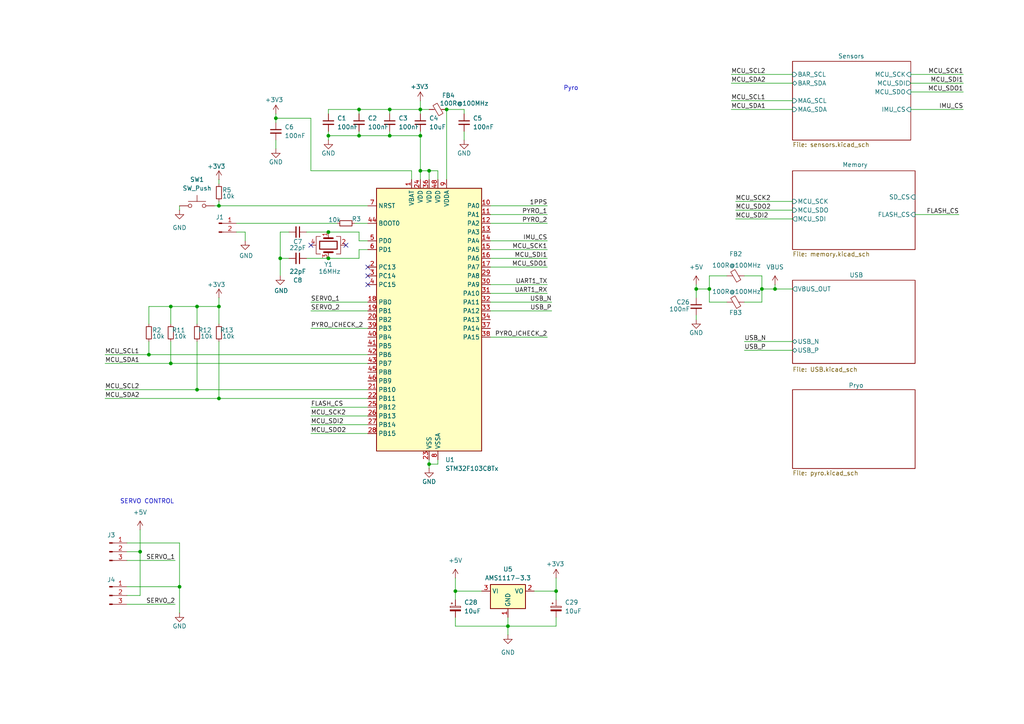
<source format=kicad_sch>
(kicad_sch (version 20250114) (generator "eeschema") (generator_version "9.0")
  (paper "A4")
  (lib_symbols
    (symbol "Connector:Conn_01x02_Pin" (pin_names (offset 1.016) (hide yes))
      (property "Reference" "J" (at 0 2.54 0))
      (property "Value" "Conn_01x02_Pin" (at 0 -5.08 0))
      (symbol "Conn_01x02_Pin_1_1"
        (rectangle (start 0.8636 0.127) (end 0 -0.127) (stroke (width 0.1524)) (fill (type outline)))
        (rectangle (start 0.8636 -2.413) (end 0 -2.667) (stroke (width 0.1524)) (fill (type outline)))
        (polyline (pts (xy 1.27 0) (xy 0.8636 0)) (stroke (width 0.1524)))
        (polyline (pts (xy 1.27 -2.54) (xy 0.8636 -2.54)) (stroke (width 0.1524)))
        (pin passive line (at 5.08 0 180) (length 3.81) (name "Pin_1") (number "1"))
        (pin passive line (at 5.08 -2.54 180) (length 3.81) (name "Pin_2") (number "2"))
      )
    )
    (symbol "Connector:Conn_01x03_Pin" (pin_names (offset 1.016) (hide yes))
      (property "Reference" "J" (at 0 5.08 0))
      (property "Value" "Conn_01x03_Pin" (at 0 -5.08 0))
      (symbol "Conn_01x03_Pin_1_1"
        (rectangle (start 0.8636 2.667) (end 0 2.413) (stroke (width 0.1524)) (fill (type outline)))
        (rectangle (start 0.8636 0.127) (end 0 -0.127) (stroke (width 0.1524)) (fill (type outline)))
        (rectangle (start 0.8636 -2.413) (end 0 -2.667) (stroke (width 0.1524)) (fill (type outline)))
        (polyline (pts (xy 1.27 2.54) (xy 0.8636 2.54)) (stroke (width 0.1524)))
        (polyline (pts (xy 1.27 0) (xy 0.8636 0)) (stroke (width 0.1524)))
        (polyline (pts (xy 1.27 -2.54) (xy 0.8636 -2.54)) (stroke (width 0.1524)))
        (pin passive line (at 5.08 2.54 180) (length 3.81) (name "Pin_1") (number "1"))
        (pin passive line (at 5.08 0 180) (length 3.81) (name "Pin_2") (number "2"))
        (pin passive line (at 5.08 -2.54 180) (length 3.81) (name "Pin_3") (number "3"))
      )
    )
    (symbol "Device:C_Polarized_Small" (pin_numbers (hide yes)) (pin_names (offset 0.254) (hide yes))
      (property "Reference" "C" (at 0.254 1.778 0))
      (property "Value" "C_Polarized_Small" (at 0.254 -2.032 0))
      (symbol "C_Polarized_Small_0_1"
        (rectangle (start -1.524 0.6858) (end 1.524 0.3048))
        (rectangle (start -1.524 -0.3048) (end 1.524 -0.6858) (fill (type outline)))
        (polyline (pts (xy -1.27 1.524) (xy -0.762 1.524)))
        (polyline (pts (xy -1.016 1.27) (xy -1.016 1.778)))
      )
      (symbol "C_Polarized_Small_1_1"
        (pin passive line (at 0 2.54 270) (length 1.8542) (name "~") (number "1"))
        (pin passive line (at 0 -2.54 90) (length 1.8542) (name "~") (number "2"))
      )
    )
    (symbol "Device:C_Small" (pin_numbers (hide yes)) (pin_names (offset 0.254) (hide yes))
      (property "Reference" "C" (at 0.254 1.778 0))
      (property "Value" "C_Small" (at 0.254 -2.032 0))
      (symbol "C_Small_0_1"
        (polyline (pts (xy -1.524 0.508) (xy 1.524 0.508)) (stroke (width 0.3048)))
        (polyline (pts (xy -1.524 -0.508) (xy 1.524 -0.508)) (stroke (width 0.3302)))
      )
      (symbol "C_Small_1_1"
        (pin passive line (at 0 2.54 270) (length 2.032) (name "~") (number "1"))
        (pin passive line (at 0 -2.54 90) (length 2.032) (name "~") (number "2"))
      )
    )
    (symbol "Device:Crystal_GND24" (pin_names (offset 1.016) (hide yes))
      (property "Reference" "Y" (at 3.175 5.08 0))
      (property "Value" "Crystal_GND24" (at 3.175 3.175 0))
      (symbol "Crystal_GND24_0_1"
        (polyline (pts (xy -2.54 2.286) (xy -2.54 3.556) (xy 2.54 3.556) (xy 2.54 2.286)))
        (polyline (pts (xy -2.54 0) (xy -2.032 0)))
        (polyline (pts (xy -2.54 -2.286) (xy -2.54 -3.556) (xy 2.54 -3.556) (xy 2.54 -2.286)))
        (polyline (pts (xy -2.032 -1.27) (xy -2.032 1.27)) (stroke (width 0.508)))
        (rectangle (start -1.143 2.54) (end 1.143 -2.54) (stroke (width 0.3048)))
        (polyline (pts (xy 0 3.556) (xy 0 3.81)))
        (polyline (pts (xy 0 -3.81) (xy 0 -3.556)))
        (polyline (pts (xy 2.032 0) (xy 2.54 0)))
        (polyline (pts (xy 2.032 -1.27) (xy 2.032 1.27)) (stroke (width 0.508)))
      )
      (symbol "Crystal_GND24_1_1"
        (pin passive line (at -3.81 0 0) (length 1.27) (name "1") (number "1"))
        (pin passive line (at 0 5.08 270) (length 1.27) (name "2") (number "2"))
        (pin passive line (at 0 -5.08 90) (length 1.27) (name "4") (number "4"))
        (pin passive line (at 3.81 0 180) (length 1.27) (name "3") (number "3"))
      )
    )
    (symbol "Device:FerriteBead_Small" (pin_numbers (hide yes)) (pin_names (offset 0))
      (property "Reference" "FB" (at 1.905 1.27 0))
      (property "Value" "FerriteBead_Small" (at 1.905 -1.27 0))
      (symbol "FerriteBead_Small_0_1"
        (polyline (pts (xy -1.8288 0.2794) (xy -1.1176 1.4986) (xy 1.8288 -0.2032) (xy 1.1176 -1.4224) (xy -1.8288 0.2794)))
        (polyline (pts (xy 0 0.889) (xy 0 1.2954)))
        (polyline (pts (xy 0 -1.27) (xy 0 -0.7874)))
      )
      (symbol "FerriteBead_Small_1_1"
        (pin passive line (at 0 2.54 270) (length 1.27) (name "~") (number "1"))
        (pin passive line (at 0 -2.54 90) (length 1.27) (name "~") (number "2"))
      )
    )
    (symbol "Device:R_Small" (pin_numbers (hide yes)) (pin_names (offset 0.254) (hide yes))
      (property "Reference" "R" (at 0.762 0.508 0))
      (property "Value" "R_Small" (at 0.762 -1.016 0))
      (symbol "R_Small_0_1"
        (rectangle (start -0.762 1.778) (end 0.762 -1.778) (stroke (width 0.2032)))
      )
      (symbol "R_Small_1_1"
        (pin passive line (at 0 2.54 270) (length 0.762) (name "~") (number "1"))
        (pin passive line (at 0 -2.54 90) (length 0.762) (name "~") (number "2"))
      )
    )
    (symbol "MCU_ST_STM32F1:STM32F103C8Tx"
      (property "Reference" "U" (at -15.24 39.37 0))
      (property "Value" "STM32F103C8Tx" (at 7.62 39.37 0))
      (symbol "STM32F103C8Tx_0_1"
        (rectangle (start -15.24 -38.1) (end 15.24 38.1) (stroke (width 0.254)) (fill (type background)))
      )
      (symbol "STM32F103C8Tx_1_1"
        (pin input line (at -17.78 33.02 0) (length 2.54) (name "NRST") (number "7"))
        (pin input line (at -17.78 27.94 0) (length 2.54) (name "BOOT0") (number "44"))
        (pin bidirectional line (at -17.78 22.86 0) (length 2.54) (name "PD0") (number "5"))
        (pin bidirectional line (at -17.78 20.32 0) (length 2.54) (name "PD1") (number "6"))
        (pin bidirectional line (at -17.78 15.24 0) (length 2.54) (name "PC13") (number "2"))
        (pin bidirectional line (at -17.78 12.7 0) (length 2.54) (name "PC14") (number "3"))
        (pin bidirectional line (at -17.78 10.16 0) (length 2.54) (name "PC15") (number "4"))
        (pin bidirectional line (at -17.78 5.08 0) (length 2.54) (name "PB0") (number "18"))
        (pin bidirectional line (at -17.78 2.54 0) (length 2.54) (name "PB1") (number "19"))
        (pin bidirectional line (at -17.78 0 0) (length 2.54) (name "PB2") (number "20"))
        (pin bidirectional line (at -17.78 -2.54 0) (length 2.54) (name "PB3") (number "39"))
        (pin bidirectional line (at -17.78 -5.08 0) (length 2.54) (name "PB4") (number "40"))
        (pin bidirectional line (at -17.78 -7.62 0) (length 2.54) (name "PB5") (number "41"))
        (pin bidirectional line (at -17.78 -10.16 0) (length 2.54) (name "PB6") (number "42"))
        (pin bidirectional line (at -17.78 -12.7 0) (length 2.54) (name "PB7") (number "43"))
        (pin bidirectional line (at -17.78 -15.24 0) (length 2.54) (name "PB8") (number "45"))
        (pin bidirectional line (at -17.78 -17.78 0) (length 2.54) (name "PB9") (number "46"))
        (pin bidirectional line (at -17.78 -20.32 0) (length 2.54) (name "PB10") (number "21"))
        (pin bidirectional line (at -17.78 -22.86 0) (length 2.54) (name "PB11") (number "22"))
        (pin bidirectional line (at -17.78 -25.4 0) (length 2.54) (name "PB12") (number "25"))
        (pin bidirectional line (at -17.78 -27.94 0) (length 2.54) (name "PB13") (number "26"))
        (pin bidirectional line (at -17.78 -30.48 0) (length 2.54) (name "PB14") (number "27"))
        (pin bidirectional line (at -17.78 -33.02 0) (length 2.54) (name "PB15") (number "28"))
        (pin power_in line (at -5.08 40.64 270) (length 2.54) (name "VBAT") (number "1"))
        (pin power_in line (at -2.54 40.64 270) (length 2.54) (name "VDD") (number "24"))
        (pin power_in line (at 0 40.64 270) (length 2.54) (name "VDD") (number "36"))
        (pin power_in line (at 0 -40.64 90) (length 2.54) (name "VSS") (number "23"))
        (pin passive line (at 0 -40.64 90) (length 2.54) (hide yes) (name "VSS") (number "35"))
        (pin passive line (at 0 -40.64 90) (length 2.54) (hide yes) (name "VSS") (number "47"))
        (pin power_in line (at 2.54 40.64 270) (length 2.54) (name "VDD") (number "48"))
        (pin power_in line (at 2.54 -40.64 90) (length 2.54) (name "VSSA") (number "8"))
        (pin power_in line (at 5.08 40.64 270) (length 2.54) (name "VDDA") (number "9"))
        (pin bidirectional line (at 17.78 33.02 180) (length 2.54) (name "PA0") (number "10"))
        (pin bidirectional line (at 17.78 30.48 180) (length 2.54) (name "PA1") (number "11"))
        (pin bidirectional line (at 17.78 27.94 180) (length 2.54) (name "PA2") (number "12"))
        (pin bidirectional line (at 17.78 25.4 180) (length 2.54) (name "PA3") (number "13"))
        (pin bidirectional line (at 17.78 22.86 180) (length 2.54) (name "PA4") (number "14"))
        (pin bidirectional line (at 17.78 20.32 180) (length 2.54) (name "PA5") (number "15"))
        (pin bidirectional line (at 17.78 17.78 180) (length 2.54) (name "PA6") (number "16"))
        (pin bidirectional line (at 17.78 15.24 180) (length 2.54) (name "PA7") (number "17"))
        (pin bidirectional line (at 17.78 12.7 180) (length 2.54) (name "PA8") (number "29"))
        (pin bidirectional line (at 17.78 10.16 180) (length 2.54) (name "PA9") (number "30"))
        (pin bidirectional line (at 17.78 7.62 180) (length 2.54) (name "PA10") (number "31"))
        (pin bidirectional line (at 17.78 5.08 180) (length 2.54) (name "PA11") (number "32"))
        (pin bidirectional line (at 17.78 2.54 180) (length 2.54) (name "PA12") (number "33"))
        (pin bidirectional line (at 17.78 0 180) (length 2.54) (name "PA13") (number "34"))
        (pin bidirectional line (at 17.78 -2.54 180) (length 2.54) (name "PA14") (number "37"))
        (pin bidirectional line (at 17.78 -5.08 180) (length 2.54) (name "PA15") (number "38"))
      )
    )
    (symbol "Regulator_Linear:AMS1117-3.3"
      (property "Reference" "U" (at -3.81 3.175 0))
      (property "Value" "AMS1117-3.3" (at 0 3.175 0))
      (symbol "AMS1117-3.3_0_1"
        (rectangle (start -5.08 -5.08) (end 5.08 1.905) (stroke (width 0.254)) (fill (type background)))
      )
      (symbol "AMS1117-3.3_1_1"
        (pin power_in line (at -7.62 0 0) (length 2.54) (name "VI") (number "3"))
        (pin power_in line (at 0 -7.62 90) (length 2.54) (name "GND") (number "1"))
        (pin power_out line (at 7.62 0 180) (length 2.54) (name "VO") (number "2"))
      )
    )
    (symbol "Switch:SW_Push" (pin_numbers (hide yes)) (pin_names (offset 1.016) (hide yes))
      (property "Reference" "SW" (at 1.27 2.54 0))
      (property "Value" "SW_Push" (at 0 -1.524 0))
      (symbol "SW_Push_0_1"
        (circle (center -2.032 0) (radius 0.508))
        (polyline (pts (xy 0 1.27) (xy 0 3.048)))
        (circle (center 2.032 0) (radius 0.508))
        (polyline (pts (xy 2.54 1.27) (xy -2.54 1.27)))
        (pin passive line (at -5.08 0 0) (length 2.54) (name "1") (number "1"))
        (pin passive line (at 5.08 0 180) (length 2.54) (name "2") (number "2"))
      )
    )
    (symbol "power:+5V" (power) (pin_numbers (hide yes)) (pin_names (offset 0) (hide yes))
      (property "Value" "+5V" (at 0 3.556 0))
      (symbol "+5V_0_1"
        (polyline (pts (xy -0.762 1.27) (xy 0 2.54)))
        (polyline (pts (xy 0 2.54) (xy 0.762 1.27)))
        (polyline (pts (xy 0 0) (xy 0 2.54)))
      )
      (symbol "+5V_1_1"
        (pin power_in line (at 0 0 90) (length 0) (name "~") (number "1"))
      )
    )
    (symbol "power:GND" (power) (pin_numbers (hide yes)) (pin_names (offset 0) (hide yes))
      (property "Value" "GND" (at 0 -3.81 0))
      (symbol "GND_0_1"
        (polyline (pts (xy 0 0) (xy 0 -1.27) (xy 1.27 -1.27) (xy 0 -2.54) (xy -1.27 -1.27) (xy 0 -1.27)))
      )
      (symbol "GND_1_1"
        (pin power_in line (at 0 0 270) (length 0) (name "~") (number "1"))
      )
    )
    (symbol "power:VBUS" (power) (pin_numbers (hide yes)) (pin_names (offset 0) (hide yes))
      (property "Value" "VBUS" (at 0 3.556 0))
      (symbol "VBUS_0_1"
        (polyline (pts (xy -0.762 1.27) (xy 0 2.54)))
        (polyline (pts (xy 0 2.54) (xy 0.762 1.27)))
        (polyline (pts (xy 0 0) (xy 0 2.54)))
      )
      (symbol "VBUS_1_1"
        (pin power_in line (at 0 0 90) (length 0) (name "~") (number "1"))
      )
    )
  )
  (text "Pyro" (at 165.608 25.654 0) (effects (font (size 1.27 1.27))))
  (text "SERVO CONTROL\n" (at 42.672 145.542 0) (effects (font (size 1.27 1.27))))
  (junction (at 57.15 88.9))
  (junction (at 52.07 170.18))
  (junction (at 81.28 74.93))
  (junction (at 63.5 115.57))
  (junction (at 161.29 171.45))
  (junction (at 124.46 134.62))
  (junction (at 49.53 105.41))
  (junction (at 95.25 74.93))
  (junction (at 113.03 31.75))
  (junction (at 147.32 181.61))
  (junction (at 124.46 49.53))
  (junction (at 104.14 39.37))
  (junction (at 63.5 59.69))
  (junction (at 43.18 102.87))
  (junction (at 224.79 83.82))
  (junction (at 205.74 83.82))
  (junction (at 113.03 39.37))
  (junction (at 40.64 160.02))
  (junction (at 95.25 39.37))
  (junction (at 49.53 88.9))
  (junction (at 80.01 34.29))
  (junction (at 121.92 39.37))
  (junction (at 129.54 31.75))
  (junction (at 121.92 31.75))
  (junction (at 201.93 83.82))
  (junction (at 132.08 171.45))
  (junction (at 220.98 83.82))
  (junction (at 121.92 49.53))
  (junction (at 63.5 88.9))
  (junction (at 104.14 31.75))
  (junction (at 57.15 113.03))
  (junction (at 95.25 67.31))
  (no_connect (at 106.68 80.01))
  (no_connect (at 90.17 71.12))
  (no_connect (at 106.68 77.47))
  (no_connect (at 106.68 82.55))
  (no_connect (at 100.33 71.12))
  (wire (pts (xy 63.5 58.42) (xy 63.5 59.69)))
  (wire (pts (xy 57.15 99.06) (xy 57.15 113.03)))
  (wire (pts (xy 104.14 38.1) (xy 104.14 39.37)))
  (wire (pts (xy 104.14 39.37) (xy 113.03 39.37)))
  (wire (pts (xy 205.74 80.01) (xy 210.82 80.01)))
  (wire (pts (xy 90.17 118.11) (xy 106.68 118.11)))
  (wire (pts (xy 90.17 120.65) (xy 106.68 120.65)))
  (wire (pts (xy 132.08 171.45) (xy 132.08 173.99)))
  (wire (pts (xy 40.64 172.72) (xy 40.64 160.02)))
  (wire (pts (xy 161.29 167.64) (xy 161.29 171.45)))
  (wire (pts (xy 142.24 82.55) (xy 158.75 82.55)))
  (wire (pts (xy 205.74 80.01) (xy 205.74 83.82)))
  (wire (pts (xy 161.29 171.45) (xy 161.29 173.99)))
  (wire (pts (xy 63.5 99.06) (xy 63.5 115.57)))
  (wire (pts (xy 121.92 39.37) (xy 121.92 49.53)))
  (wire (pts (xy 57.15 88.9) (xy 63.5 88.9)))
  (wire (pts (xy 83.82 74.93) (xy 81.28 74.93)))
  (wire (pts (xy 80.01 34.29) (xy 80.01 35.56)))
  (wire (pts (xy 113.03 38.1) (xy 113.03 39.37)))
  (wire (pts (xy 124.46 134.62) (xy 127 134.62)))
  (wire (pts (xy 264.16 26.67) (xy 279.4 26.67)))
  (wire (pts (xy 102.87 64.77) (xy 106.68 64.77)))
  (wire (pts (xy 121.92 31.75) (xy 121.92 33.02)))
  (wire (pts (xy 49.53 105.41) (xy 106.68 105.41)))
  (wire (pts (xy 215.9 80.01) (xy 220.98 80.01)))
  (wire (pts (xy 229.87 101.6) (xy 215.9 101.6)))
  (wire (pts (xy 80.01 40.64) (xy 80.01 43.18)))
  (wire (pts (xy 90.17 125.73) (xy 106.68 125.73)))
  (wire (pts (xy 142.24 97.79) (xy 158.75 97.79)))
  (wire (pts (xy 113.03 31.75) (xy 113.03 33.02)))
  (wire (pts (xy 90.17 90.17) (xy 106.68 90.17)))
  (wire (pts (xy 49.53 99.06) (xy 49.53 105.41)))
  (wire (pts (xy 36.83 157.48) (xy 52.07 157.48)))
  (wire (pts (xy 121.92 38.1) (xy 121.92 39.37)))
  (wire (pts (xy 83.82 67.31) (xy 81.28 67.31)))
  (wire (pts (xy 90.17 87.63) (xy 106.68 87.63)))
  (wire (pts (xy 80.01 33.02) (xy 80.01 34.29)))
  (wire (pts (xy 213.36 63.5) (xy 229.87 63.5)))
  (wire (pts (xy 129.54 31.75) (xy 129.54 52.07)))
  (wire (pts (xy 161.29 181.61) (xy 147.32 181.61)))
  (wire (pts (xy 106.68 69.85) (xy 104.14 69.85)))
  (wire (pts (xy 63.5 52.07) (xy 63.5 53.34)))
  (wire (pts (xy 113.03 31.75) (xy 121.92 31.75)))
  (wire (pts (xy 201.93 83.82) (xy 201.93 86.36)))
  (wire (pts (xy 36.83 172.72) (xy 40.64 172.72)))
  (wire (pts (xy 134.62 31.75) (xy 134.62 33.02)))
  (wire (pts (xy 142.24 90.17) (xy 160.02 90.17)))
  (wire (pts (xy 213.36 58.42) (xy 229.87 58.42)))
  (wire (pts (xy 124.46 133.35) (xy 124.46 134.62)))
  (wire (pts (xy 104.14 72.39) (xy 104.14 74.93)))
  (wire (pts (xy 212.09 21.59) (xy 229.87 21.59)))
  (wire (pts (xy 81.28 80.01) (xy 81.28 74.93)))
  (wire (pts (xy 142.24 64.77) (xy 158.75 64.77)))
  (wire (pts (xy 40.64 160.02) (xy 36.83 160.02)))
  (wire (pts (xy 124.46 49.53) (xy 127 49.53)))
  (wire (pts (xy 119.38 49.53) (xy 119.38 52.07)))
  (wire (pts (xy 129.54 31.75) (xy 134.62 31.75)))
  (wire (pts (xy 124.46 134.62) (xy 124.46 135.89)))
  (wire (pts (xy 212.09 31.75) (xy 229.87 31.75)))
  (wire (pts (xy 220.98 80.01) (xy 220.98 83.82)))
  (wire (pts (xy 95.25 39.37) (xy 95.25 40.64)))
  (wire (pts (xy 36.83 162.56) (xy 50.8 162.56)))
  (wire (pts (xy 30.48 105.41) (xy 49.53 105.41)))
  (wire (pts (xy 71.12 67.31) (xy 68.58 67.31)))
  (wire (pts (xy 264.16 31.75) (xy 279.4 31.75)))
  (wire (pts (xy 132.08 179.07) (xy 132.08 181.61)))
  (wire (pts (xy 104.14 31.75) (xy 113.03 31.75)))
  (wire (pts (xy 127 52.07) (xy 127 49.53)))
  (wire (pts (xy 95.25 31.75) (xy 104.14 31.75)))
  (wire (pts (xy 224.79 83.82) (xy 224.79 82.55)))
  (wire (pts (xy 264.16 24.13) (xy 279.4 24.13)))
  (wire (pts (xy 119.38 49.53) (xy 90.17 49.53)))
  (wire (pts (xy 68.58 64.77) (xy 97.79 64.77)))
  (wire (pts (xy 43.18 88.9) (xy 49.53 88.9)))
  (wire (pts (xy 142.24 69.85) (xy 158.75 69.85)))
  (wire (pts (xy 220.98 87.63) (xy 215.9 87.63)))
  (wire (pts (xy 30.48 102.87) (xy 43.18 102.87)))
  (wire (pts (xy 40.64 153.67) (xy 40.64 160.02)))
  (wire (pts (xy 63.5 86.36) (xy 63.5 88.9)))
  (wire (pts (xy 124.46 52.07) (xy 124.46 49.53)))
  (wire (pts (xy 212.09 29.21) (xy 229.87 29.21)))
  (wire (pts (xy 127 133.35) (xy 127 134.62)))
  (wire (pts (xy 142.24 87.63) (xy 160.02 87.63)))
  (wire (pts (xy 30.48 115.57) (xy 63.5 115.57)))
  (wire (pts (xy 142.24 59.69) (xy 158.75 59.69)))
  (wire (pts (xy 132.08 167.64) (xy 132.08 171.45)))
  (wire (pts (xy 95.25 31.75) (xy 95.25 33.02)))
  (wire (pts (xy 121.92 31.75) (xy 124.46 31.75)))
  (wire (pts (xy 142.24 74.93) (xy 158.75 74.93)))
  (wire (pts (xy 90.17 123.19) (xy 106.68 123.19)))
  (wire (pts (xy 264.16 21.59) (xy 279.4 21.59)))
  (wire (pts (xy 57.15 113.03) (xy 106.68 113.03)))
  (wire (pts (xy 147.32 181.61) (xy 147.32 184.15)))
  (wire (pts (xy 36.83 175.26) (xy 50.8 175.26)))
  (wire (pts (xy 220.98 83.82) (xy 224.79 83.82)))
  (wire (pts (xy 90.17 34.29) (xy 80.01 34.29)))
  (wire (pts (xy 224.79 83.82) (xy 229.87 83.82)))
  (wire (pts (xy 43.18 93.98) (xy 43.18 88.9)))
  (wire (pts (xy 121.92 49.53) (xy 124.46 49.53)))
  (wire (pts (xy 106.68 72.39) (xy 104.14 72.39)))
  (wire (pts (xy 104.14 69.85) (xy 104.14 67.31)))
  (wire (pts (xy 142.24 85.09) (xy 158.75 85.09)))
  (wire (pts (xy 205.74 83.82) (xy 205.74 87.63)))
  (wire (pts (xy 147.32 181.61) (xy 147.32 179.07)))
  (wire (pts (xy 49.53 93.98) (xy 49.53 88.9)))
  (wire (pts (xy 71.12 69.85) (xy 71.12 67.31)))
  (wire (pts (xy 142.24 77.47) (xy 158.75 77.47)))
  (wire (pts (xy 63.5 115.57) (xy 106.68 115.57)))
  (wire (pts (xy 43.18 102.87) (xy 106.68 102.87)))
  (wire (pts (xy 142.24 62.23) (xy 158.75 62.23)))
  (wire (pts (xy 205.74 83.82) (xy 201.93 83.82)))
  (wire (pts (xy 52.07 59.69) (xy 52.07 60.96)))
  (wire (pts (xy 104.14 31.75) (xy 104.14 33.02)))
  (wire (pts (xy 201.93 91.44) (xy 201.93 92.71)))
  (wire (pts (xy 278.13 62.23) (xy 265.43 62.23)))
  (wire (pts (xy 95.25 39.37) (xy 104.14 39.37)))
  (wire (pts (xy 139.7 171.45) (xy 132.08 171.45)))
  (wire (pts (xy 63.5 59.69) (xy 106.68 59.69)))
  (wire (pts (xy 154.94 171.45) (xy 161.29 171.45)))
  (wire (pts (xy 36.83 170.18) (xy 52.07 170.18)))
  (wire (pts (xy 161.29 179.07) (xy 161.29 181.61)))
  (wire (pts (xy 220.98 83.82) (xy 220.98 87.63)))
  (wire (pts (xy 104.14 67.31) (xy 95.25 67.31)))
  (wire (pts (xy 121.92 49.53) (xy 121.92 52.07)))
  (wire (pts (xy 90.17 95.25) (xy 106.68 95.25)))
  (wire (pts (xy 113.03 39.37) (xy 121.92 39.37)))
  (wire (pts (xy 142.24 72.39) (xy 158.75 72.39)))
  (wire (pts (xy 52.07 170.18) (xy 52.07 177.8)))
  (wire (pts (xy 132.08 181.61) (xy 147.32 181.61)))
  (wire (pts (xy 213.36 60.96) (xy 229.87 60.96)))
  (wire (pts (xy 63.5 88.9) (xy 63.5 93.98)))
  (wire (pts (xy 121.92 29.21) (xy 121.92 31.75)))
  (wire (pts (xy 229.87 99.06) (xy 215.9 99.06)))
  (wire (pts (xy 49.53 88.9) (xy 57.15 88.9)))
  (wire (pts (xy 104.14 74.93) (xy 95.25 74.93)))
  (wire (pts (xy 95.25 38.1) (xy 95.25 39.37)))
  (wire (pts (xy 201.93 82.55) (xy 201.93 83.82)))
  (wire (pts (xy 43.18 99.06) (xy 43.18 102.87)))
  (wire (pts (xy 90.17 34.29) (xy 90.17 49.53)))
  (wire (pts (xy 88.9 67.31) (xy 95.25 67.31)))
  (wire (pts (xy 95.25 74.93) (xy 88.9 74.93)))
  (wire (pts (xy 134.62 38.1) (xy 134.62 40.64)))
  (wire (pts (xy 30.48 113.03) (xy 57.15 113.03)))
  (wire (pts (xy 205.74 87.63) (xy 210.82 87.63)))
  (wire (pts (xy 52.07 157.48) (xy 52.07 170.18)))
  (wire (pts (xy 81.28 67.31) (xy 81.28 74.93)))
  (wire (pts (xy 62.23 59.69) (xy 63.5 59.69)))
  (wire (pts (xy 57.15 93.98) (xy 57.15 88.9)))
  (wire (pts (xy 212.09 24.13) (xy 229.87 24.13)))
  (label "MCU_SDA2" (at 30.48 115.57 0))
  (label "MCU_SDO2" (at 90.17 125.73 0))
  (label "MCU_SCK1" (at 158.75 72.39 180))
  (label "MCU_SCK1" (at 279.4 21.59 180))
  (label "PYRO_1" (at 158.75 62.23 180))
  (label "MCU_SDO2" (at 213.36 60.96 0))
  (label "MCU_SCL1" (at 212.09 29.21 0))
  (label "FLASH_CS" (at 90.17 118.11 0))
  (label "SERVO_1" (at 90.17 87.63 0))
  (label "UART1_RX" (at 158.75 85.09 180))
  (label "SERVO_1" (at 50.8 162.56 180))
  (label "UART1_TX" (at 158.75 82.55 180))
  (label "MCU_SCK2" (at 90.17 120.65 0))
  (label "FLASH_CS" (at 278.13 62.23 180))
  (label "MCU_SDI2" (at 90.17 123.19 0))
  (label "MCU_SDI1" (at 279.4 24.13 180))
  (label "MCU_SDI1" (at 158.75 74.93 180))
  (label "USB_N" (at 160.02 87.63 180))
  (label "MCU_SDO1" (at 279.4 26.67 180))
  (label "PYRO_2" (at 158.75 64.77 180))
  (label "MCU_SCK2" (at 213.36 58.42 0))
  (label "MCU_SDI2" (at 213.36 63.5 0))
  (label "USB_N" (at 215.9 99.06 0))
  (label "MCU_SCL1" (at 30.48 102.87 0))
  (label "IMU_CS" (at 279.4 31.75 180))
  (label "1PPS" (at 158.75 59.69 180))
  (label "IMU_CS" (at 158.75 69.85 180))
  (label "USB_P" (at 215.9 101.6 0))
  (label "MCU_SDA1" (at 212.09 31.75 0))
  (label "MCU_SDA2" (at 212.09 24.13 0))
  (label "USB_P" (at 160.02 90.17 180))
  (label "MCU_SDA1" (at 30.48 105.41 0))
  (label "MCU_SDO1" (at 158.75 77.47 180))
  (label "MCU_SCL2" (at 30.48 113.03 0))
  (label "MCU_SCL2" (at 212.09 21.59 0))
  (label "PYRO_ICHECK_2" (at 158.75 97.79 180))
  (label "PYRO_ICHECK_2" (at 90.17 95.25 0))
  (label "SERVO_2" (at 90.17 90.17 0))
  (label "SERVO_2" (at 50.8 175.26 180))
  (symbol (lib_id "Device:R_Small") (at 100.33 64.77 270) (mirror x) (unit 1)
    (property "Reference" "R3" (at 103.378 63.5 90))
    (property "Value" "10k" (at 97.028 63.754 90))
    (property "Footprint" "Resistor_SMD:R_0603_1608Metric" (effects (hide yes)))
    (property "Description" "Resistor, small symbol" (effects (hide yes)))
  )
  (symbol (lib_id "Device:R_Small") (at 57.15 96.52 0) (mirror y) (unit 1)
    (property "Reference" "R12" (at 59.436 95.758 0))
    (property "Value" "10k" (at 59.944 97.536 0))
    (property "Footprint" "Resistor_SMD:R_0603_1608Metric" (effects (hide yes)))
    (property "Description" "Resistor, small symbol" (effects (hide yes)))
  )
  (symbol (lib_id "Switch:SW_Push") (at 57.15 59.69 0) (mirror y) (unit 1)
    (property "Reference" "SW1" (at 57.15 52.07 0))
    (property "Value" "SW_Push" (at 57.15 54.61 0))
    (property "Footprint" "Button_Switch_SMD:SW_Push_1P1T_XKB_TS-1187A" (effects (hide yes)))
    (property "Description" "Push button switch, generic, two pins" (effects (hide yes)))
    (property "LCSC" "C318884" (effects (hide yes)))
  )
  (symbol (lib_id "power:GND") (at 147.32 184.15 0) (unit 1)
    (property "Reference" "#PWR048" (effects (hide yes)))
    (property "Value" "GND" (at 147.32 189.23 0))
    (property "Description" "Power symbol creates a global label with name \"GND\" , ground" (effects (hide yes)))
  )
  (symbol (lib_id "Device:R_Small") (at 49.53 96.52 0) (mirror y) (unit 1)
    (property "Reference" "R11" (at 51.816 95.758 0))
    (property "Value" "10k" (at 52.324 97.536 0))
    (property "Footprint" "Resistor_SMD:R_0603_1608Metric" (effects (hide yes)))
    (property "Description" "Resistor, small symbol" (effects (hide yes)))
  )
  (symbol (lib_id "power:GND") (at 81.28 80.01 0) (unit 1)
    (property "Reference" "#PWR012" (effects (hide yes)))
    (property "Value" "GND" (at 79.502 84.328 0) (effects (justify left)))
    (property "Description" "Power symbol creates a global label with name \"GND\" , ground" (effects (hide yes)))
  )
  (symbol (lib_id "Connector:Conn_01x03_Pin") (at 31.75 160.02 0) (unit 1)
    (property "Reference" "J3" (at 32.258 155.194 0))
    (property "Value" "Conn_01x03_Pin" (effects (hide yes)))
    (property "Description" "Generic connector, single row, 01x03, script generated" (effects (hide yes)))
  )
  (symbol (lib_id "Device:C_Polarized_Small") (at 132.08 176.53 0) (unit 1)
    (property "Reference" "C28" (at 134.62 174.7138 0) (effects (justify left)))
    (property "Value" "10uF" (at 134.62 177.2538 0) (effects (justify left)))
    (property "Footprint" "Capacitor_SMD:C_1206_3216Metric" (effects (hide yes)))
    (property "Description" "Polarized capacitor, small symbol" (effects (hide yes)))
    (property "LCSC" "C13585" (effects (hide yes)))
  )
  (symbol (lib_id "Device:FerriteBead_Small") (at 127 31.75 270) (mirror x) (unit 1)
    (property "Reference" "FB4" (at 130.048 27.686 90))
    (property "Value" "100R@100MHz" (at 134.62 29.972 90))
    (property "Footprint" "Inductor_SMD:L_0603_1608Metric" (effects (hide yes)))
    (property "Description" "Ferrite bead, small symbol" (effects (hide yes)))
    (property "LCSC" "C1015" (effects (hide yes)))
  )
  (symbol (lib_id "Device:C_Small") (at 134.62 35.56 0) (unit 1)
    (property "Reference" "C5" (at 137.16 34.2962 0) (effects (justify left)))
    (property "Value" "100nF" (at 137.16 36.8362 0) (effects (justify left)))
    (property "Footprint" "Capacitor_SMD:C_0603_1608Metric" (effects (hide yes)))
    (property "Description" "Unpolarized capacitor, small symbol" (effects (hide yes)))
    (property "LCSC" "C14663" (effects (hide yes)))
  )
  (symbol (lib_id "power:GND") (at 80.01 43.18 0) (mirror y) (unit 1)
    (property "Reference" "#PWR037" (effects (hide yes)))
    (property "Value" "GND" (at 80.01 46.99 0))
    (property "Description" "Power symbol creates a global label with name \"GND\" , ground" (effects (hide yes)))
  )
  (symbol (lib_id "MCU_ST_STM32F1:STM32F103C8Tx") (at 124.46 92.71 0) (unit 1)
    (property "Reference" "U1" (at 129.1433 133.35 0) (effects (justify left)))
    (property "Value" "STM32F103C8Tx" (at 129.1433 135.89 0) (effects (justify left)))
    (property "Footprint" "Package_QFP:LQFP-48_7x7mm_P0.5mm" (effects (hide yes)))
    (property "Datasheet" "https://www.st.com/resource/en/datasheet/stm32f103c8.pdf" (effects (hide yes)))
    (property "Description" "STMicroelectronics Arm Cortex-M3 MCU, 64KB flash, 20KB RAM, 72 MHz, 2.0-3.6V, 37 GPIO, LQFP48" (effects (hide yes)))
  )
  (symbol (lib_id "Device:FerriteBead_Small") (at 213.36 87.63 270) (mirror x) (unit 1)
    (property "Reference" "FB3" (at 213.36 90.678 90))
    (property "Value" "100R@100MHz" (at 213.614 84.582 90))
    (property "Footprint" "Inductor_SMD:L_0603_1608Metric" (effects (hide yes)))
    (property "Description" "Ferrite bead, small symbol" (effects (hide yes)))
    (property "LCSC" "C1015" (effects (hide yes)))
  )
  (symbol (lib_id "power:+5V") (at 161.29 167.64 0) (mirror y) (unit 1)
    (property "Reference" "#PWR019" (effects (hide yes)))
    (property "Value" "+3V3" (at 161.036 163.576 0))
    (property "Description" "Power symbol creates a global label with name \"+5V\"" (effects (hide yes)))
  )
  (symbol (lib_id "Device:C_Small") (at 95.25 35.56 0) (unit 1)
    (property "Reference" "C1" (at 97.79 34.2962 0) (effects (justify left)))
    (property "Value" "100nF" (at 97.79 36.8362 0) (effects (justify left)))
    (property "Footprint" "Capacitor_SMD:C_0603_1608Metric" (effects (hide yes)))
    (property "Description" "Unpolarized capacitor, small symbol" (effects (hide yes)))
    (property "LCSC" "C14663" (effects (hide yes)))
  )
  (symbol (lib_id "Device:C_Polarized_Small") (at 161.29 176.53 0) (unit 1)
    (property "Reference" "C29" (at 163.83 174.7138 0) (effects (justify left)))
    (property "Value" "10uF" (at 163.83 177.2538 0) (effects (justify left)))
    (property "Footprint" "Capacitor_SMD:C_1206_3216Metric" (effects (hide yes)))
    (property "Description" "Polarized capacitor, small symbol" (effects (hide yes)))
    (property "LCSC" "C13585" (effects (hide yes)))
  )
  (symbol (lib_id "Device:R_Small") (at 63.5 55.88 0) (mirror y) (unit 1)
    (property "Reference" "R5" (at 65.786 55.118 0))
    (property "Value" "10k" (at 66.294 56.896 0))
    (property "Footprint" "Resistor_SMD:R_0603_1608Metric" (effects (hide yes)))
    (property "Description" "Resistor, small symbol" (effects (hide yes)))
  )
  (symbol (lib_id "Connector:Conn_01x03_Pin") (at 31.75 172.72 0) (unit 1)
    (property "Reference" "J4" (at 32.258 168.148 0))
    (property "Value" "Conn_01x03_Pin" (effects (hide yes)))
    (property "Description" "Generic connector, single row, 01x03, script generated" (effects (hide yes)))
  )
  (symbol (lib_id "Device:C_Small") (at 80.01 38.1 0) (unit 1)
    (property "Reference" "C6" (at 82.55 36.8362 0) (effects (justify left)))
    (property "Value" "100nF" (at 82.55 39.3762 0) (effects (justify left)))
    (property "Footprint" "Capacitor_SMD:C_0603_1608Metric" (effects (hide yes)))
    (property "Description" "Unpolarized capacitor, small symbol" (effects (hide yes)))
    (property "LCSC" "C14663" (effects (hide yes)))
  )
  (symbol (lib_id "power:GND") (at 52.07 177.8 0) (mirror y) (unit 1)
    (property "Reference" "#PWR046" (effects (hide yes)))
    (property "Value" "GND" (at 52.07 181.61 0))
    (property "Description" "Power symbol creates a global label with name \"GND\" , ground" (effects (hide yes)))
  )
  (symbol (lib_id "Device:C_Small") (at 86.36 67.31 270) (unit 1)
    (property "Reference" "C7" (at 86.36 70.104 90))
    (property "Value" "22pF" (at 86.36 71.882 90))
    (property "Footprint" "Capacitor_SMD:C_0603_1608Metric" (effects (hide yes)))
    (property "Description" "Unpolarized capacitor, small symbol" (effects (hide yes)))
    (property "LCSC" "C1653" (effects (hide yes)))
  )
  (symbol (lib_id "power:+5V") (at 80.01 33.02 0) (mirror y) (unit 1)
    (property "Reference" "#PWR015" (effects (hide yes)))
    (property "Value" "+3V3" (at 79.502 28.956 0))
    (property "Description" "Power symbol creates a global label with name \"+5V\"" (effects (hide yes)))
  )
  (symbol (lib_id "power:VBUS") (at 224.79 82.55 0) (unit 1)
    (property "Reference" "#PWR056" (effects (hide yes)))
    (property "Value" "VBUS" (at 224.79 77.47 0))
    (property "Description" "Power symbol creates a global label with name \"VBUS\"" (effects (hide yes)))
  )
  (symbol (lib_id "power:+5V") (at 132.08 167.64 0) (mirror y) (unit 1)
    (property "Reference" "#PWR018" (effects (hide yes)))
    (property "Value" "+5V" (at 132.08 162.56 0))
    (property "Description" "Power symbol creates a global label with name \"+5V\"" (effects (hide yes)))
  )
  (symbol (lib_id "Device:R_Small") (at 43.18 96.52 0) (mirror y) (unit 1)
    (property "Reference" "R2" (at 45.466 95.758 0))
    (property "Value" "10k" (at 45.974 97.536 0))
    (property "Footprint" "Resistor_SMD:R_0603_1608Metric" (effects (hide yes)))
    (property "Description" "Resistor, small symbol" (effects (hide yes)))
  )
  (symbol (lib_id "power:GND") (at 201.93 92.71 0) (mirror y) (unit 1)
    (property "Reference" "#PWR032" (effects (hide yes)))
    (property "Value" "GND" (at 201.93 96.52 0))
    (property "Description" "Power symbol creates a global label with name \"GND\" , ground" (effects (hide yes)))
  )
  (symbol (lib_id "Device:C_Small") (at 86.36 74.93 270) (unit 1)
    (property "Reference" "C8" (at 86.3537 81.28 90))
    (property "Value" "22pF" (at 86.3537 78.74 90))
    (property "Footprint" "Capacitor_SMD:C_0603_1608Metric" (effects (hide yes)))
    (property "Description" "Unpolarized capacitor, small symbol" (effects (hide yes)))
    (property "LCSC" "C1653" (effects (hide yes)))
  )
  (symbol (lib_id "power:GND") (at 124.46 135.89 0) (mirror y) (unit 1)
    (property "Reference" "#PWR036" (effects (hide yes)))
    (property "Value" "GND" (at 124.46 139.7 0))
    (property "Description" "Power symbol creates a global label with name \"GND\" , ground" (effects (hide yes)))
  )
  (symbol (lib_id "power:GND") (at 134.62 40.64 0) (mirror y) (unit 1)
    (property "Reference" "#PWR035" (effects (hide yes)))
    (property "Value" "GND" (at 134.62 44.45 0))
    (property "Description" "Power symbol creates a global label with name \"GND\" , ground" (effects (hide yes)))
  )
  (symbol (lib_id "Device:C_Small") (at 121.92 35.56 0) (unit 1)
    (property "Reference" "C4" (at 124.46 34.2962 0) (effects (justify left)))
    (property "Value" "10uF" (at 124.46 36.8362 0) (effects (justify left)))
    (property "Footprint" "Capacitor_SMD:C_1206_3216Metric" (effects (hide yes)))
    (property "Description" "Unpolarized capacitor, small symbol" (effects (hide yes)))
    (property "LCSC" "C13585" (effects (hide yes)))
  )
  (symbol (lib_id "power:+5V") (at 40.64 153.67 0) (mirror y) (unit 1)
    (property "Reference" "#PWR022" (effects (hide yes)))
    (property "Value" "+5V" (at 40.64 148.59 0))
    (property "Description" "Power symbol creates a global label with name \"+5V\"" (effects (hide yes)))
  )
  (symbol (lib_id "Device:C_Small") (at 104.14 35.56 0) (unit 1)
    (property "Reference" "C2" (at 106.68 34.2962 0) (effects (justify left)))
    (property "Value" "100nF" (at 106.68 36.8362 0) (effects (justify left)))
    (property "Footprint" "Capacitor_SMD:C_0603_1608Metric" (effects (hide yes)))
    (property "Description" "Unpolarized capacitor, small symbol" (effects (hide yes)))
    (property "LCSC" "C14663" (effects (hide yes)))
  )
  (symbol (lib_id "Regulator_Linear:AMS1117-3.3") (at 147.32 171.45 0) (unit 1)
    (property "Reference" "U5" (at 147.32 165.1 0))
    (property "Value" "AMS1117-3.3" (at 147.32 167.64 0))
    (property "Footprint" "Package_TO_SOT_SMD:SOT-223-3_TabPin2" (effects (hide yes)))
    (property "Datasheet" "http://www.advanced-monolithic.com/pdf/ds1117.pdf" (effects (hide yes)))
    (property "Description" "1A Low Dropout regulator, positive, 3.3V fixed output, SOT-223" (effects (hide yes)))
    (property "LCSC" "C6186" (effects (hide yes)))
  )
  (symbol (lib_id "Device:FerriteBead_Small") (at 213.36 80.01 270) (mirror x) (unit 1)
    (property "Reference" "FB2" (at 213.3981 73.66 90))
    (property "Value" "100R@100MHz" (at 213.614 76.962 90))
    (property "Footprint" "Inductor_SMD:L_0603_1608Metric" (effects (hide yes)))
    (property "Description" "Ferrite bead, small symbol" (effects (hide yes)))
    (property "LCSC" "C1015" (effects (hide yes)))
  )
  (symbol (lib_id "power:+5V") (at 63.5 86.36 0) (mirror y) (unit 1)
    (property "Reference" "#PWR021" (effects (hide yes)))
    (property "Value" "+3V3" (at 62.738 82.55 0))
    (property "Description" "Power symbol creates a global label with name \"+5V\"" (effects (hide yes)))
  )
  (symbol (lib_id "Connector:Conn_01x02_Pin") (at 63.5 64.77 0) (unit 1)
    (property "Reference" "J1" (at 63.754 62.992 0))
    (property "Value" "Conn_01x02_Pin" (effects (hide yes)))
    (property "Description" "Generic connector, single row, 01x02, script generated" (effects (hide yes)))
  )
  (symbol (lib_id "power:+5V") (at 63.5 52.07 0) (mirror y) (unit 1)
    (property "Reference" "#PWR016" (effects (hide yes)))
    (property "Value" "+3V3" (at 62.738 48.26 0))
    (property "Description" "Power symbol creates a global label with name \"+5V\"" (effects (hide yes)))
  )
  (symbol (lib_id "Device:R_Small") (at 63.5 96.52 0) (mirror y) (unit 1)
    (property "Reference" "R13" (at 65.786 95.758 0))
    (property "Value" "10k" (at 66.294 97.536 0))
    (property "Footprint" "Resistor_SMD:R_0603_1608Metric" (effects (hide yes)))
    (property "Description" "Resistor, small symbol" (effects (hide yes)))
  )
  (symbol (lib_id "Device:Crystal_GND24") (at 95.25 71.12 270) (unit 1)
    (property "Reference" "Y1" (at 96.52 76.708 90) (effects (justify right)))
    (property "Value" "16MHz" (at 98.806 78.74 90) (effects (justify right)))
    (property "Footprint" "Crystal:Crystal_SMD_3225-4Pin_3.2x2.5mm" (effects (hide yes)))
    (property "Description" "Four pin crystal, GND on pins 2 and 4" (effects (hide yes)))
    (property "LCSC" "C13738" (effects (hide yes)))
  )
  (symbol (lib_id "power:GND") (at 71.12 69.85 0) (unit 1)
    (property "Reference" "#PWR017" (effects (hide yes)))
    (property "Value" "GND" (at 69.342 74.168 0) (effects (justify left)))
    (property "Description" "Power symbol creates a global label with name \"GND\" , ground" (effects (hide yes)))
  )
  (symbol (lib_id "power:+5V") (at 121.92 29.21 0) (mirror y) (unit 1)
    (property "Reference" "#PWR014" (effects (hide yes)))
    (property "Value" "+3V3" (at 121.666 25.146 0))
    (property "Description" "Power symbol creates a global label with name \"+5V\"" (effects (hide yes)))
  )
  (symbol (lib_id "Device:C_Small") (at 201.93 88.9 0) (mirror y) (unit 1)
    (property "Reference" "C26" (at 198.12 87.63 0))
    (property "Value" "100nF" (at 197.104 89.662 0))
    (property "Footprint" "Capacitor_SMD:C_0603_1608Metric" (effects (hide yes)))
    (property "Description" "Unpolarized capacitor, small symbol" (effects (hide yes)))
    (property "LCSC" "C14663" (effects (hide yes)))
  )
  (symbol (lib_id "power:GND") (at 52.07 60.96 0) (mirror y) (unit 1)
    (property "Reference" "#PWR07" (effects (hide yes)))
    (property "Value" "GND" (at 52.07 66.04 0))
    (property "Description" "Power symbol creates a global label with name \"GND\" , ground" (effects (hide yes)))
  )
  (symbol (lib_id "Device:C_Small") (at 113.03 35.56 0) (unit 1)
    (property "Reference" "C3" (at 115.57 34.2962 0) (effects (justify left)))
    (property "Value" "100nF" (at 115.57 36.8362 0) (effects (justify left)))
    (property "Footprint" "Capacitor_SMD:C_0603_1608Metric" (effects (hide yes)))
    (property "Description" "Unpolarized capacitor, small symbol" (effects (hide yes)))
    (property "LCSC" "C14663" (effects (hide yes)))
  )
  (symbol (lib_id "power:+5V") (at 201.93 82.55 0) (mirror y) (unit 1)
    (property "Reference" "#PWR013" (effects (hide yes)))
    (property "Value" "+5V" (at 201.93 77.47 0))
    (property "Description" "Power symbol creates a global label with name \"+5V\"" (effects (hide yes)))
  )
  (symbol (lib_id "power:GND") (at 95.25 40.64 0) (mirror y) (unit 1)
    (property "Reference" "#PWR034" (effects (hide yes)))
    (property "Value" "GND" (at 95.25 44.45 0))
    (property "Description" "Power symbol creates a global label with name \"GND\" , ground" (effects (hide yes)))
  )
  (sheet (at 229.87 113.03) (size 35.56 22.86) (stroke (width 0.1524))
    (property "Sheetname" "Pryo" (at 246.126 112.522 0) (effects (justify left bottom)))
    (property "Sheetfile" "pyro.kicad_sch" (at 229.87 136.4746 0) (effects (justify left top)))
  )
  (sheet (at 229.87 81.28) (size 35.56 24.13) (stroke (width 0.1524))
    (property "Sheetname" "USB" (at 246.38 80.518 0) (effects (justify left bottom)))
    (property "Sheetfile" "USB.kicad_sch" (at 229.87 106.426 0) (effects (justify left top)))
    (pin "USB_N" bidirectional (at 229.87 99.06 180))
    (pin "USB_P" bidirectional (at 229.87 101.6 180))
    (pin "VBUS_OUT" output (at 229.87 83.82 180))
  )
  (sheet (at 229.87 49.53) (size 35.56 22.86) (stroke (width 0.1524))
    (property "Sheetname" "Memory" (at 244.348 48.514 0) (effects (justify left bottom)))
    (property "Sheetfile" "memory.kicad_sch" (at 229.87 72.9746 0) (effects (justify left top)))
    (pin "FLASH_CS" input (at 265.43 62.23 0))
    (pin "SD_CS" input (at 265.43 57.15 0))
    (pin "MCU_SCK" input (at 229.87 58.42 180))
    (pin "MCU_SDI" output (at 229.87 63.5 180))
    (pin "MCU_SDO" input (at 229.87 60.96 180))
  )
  (sheet (at 229.87 17.78) (size 34.29 22.86) (stroke (width 0.1524))
    (property "Sheetname" "Sensors" (at 243.078 17.018 0) (effects (justify left bottom)))
    (property "Sheetfile" "sensors.kicad_sch" (at 229.87 41.2246 0) (effects (justify left top)))
    (pin "BAR_SCL" input (at 229.87 21.59 180))
    (pin "BAR_SDA" bidirectional (at 229.87 24.13 180))
    (pin "IMU_CS" input (at 264.16 31.75 0))
    (pin "MCU_SCK" input (at 264.16 21.59 0))
    (pin "MAG_SCL" input (at 229.87 29.21 180))
    (pin "MCU_SDI" output (at 264.16 24.13 0))
    (pin "MCU_SDO" input (at 264.16 26.67 0))
    (pin "MAG_SDA" input (at 229.87 31.75 180))
  )
)
</source>
